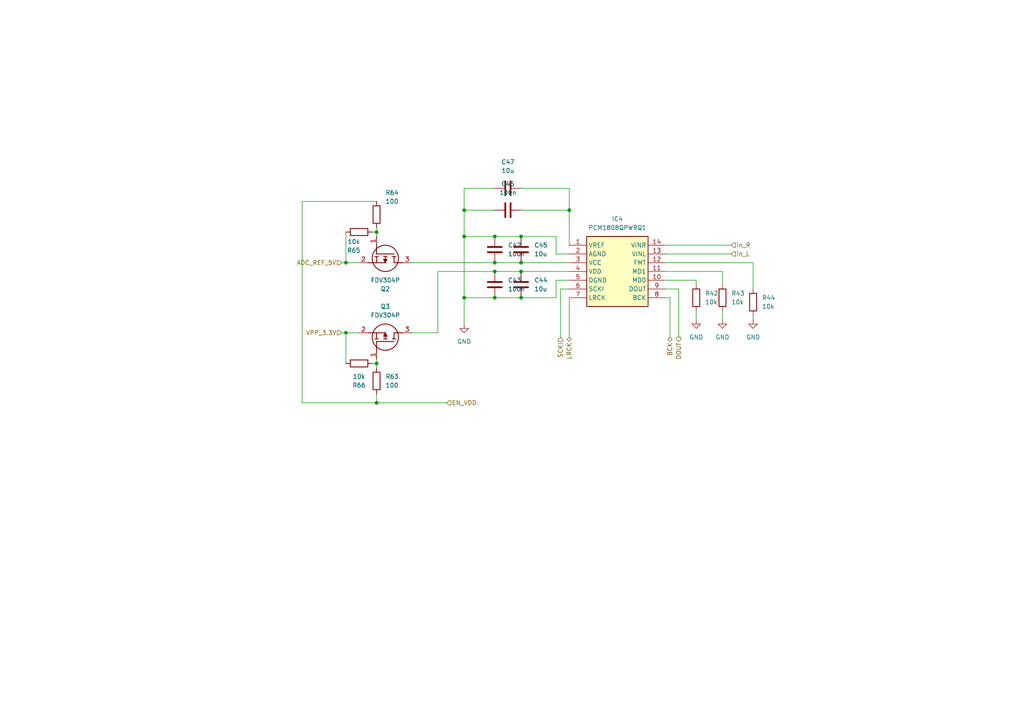
<source format=kicad_sch>
(kicad_sch
	(version 20250114)
	(generator "eeschema")
	(generator_version "9.0")
	(uuid "21cfe23b-51e4-475c-b490-2b457205b488")
	(paper "A4")
	(lib_symbols
		(symbol "Device:C"
			(pin_numbers
				(hide yes)
			)
			(pin_names
				(offset 0.254)
			)
			(exclude_from_sim no)
			(in_bom yes)
			(on_board yes)
			(property "Reference" "C"
				(at 0.635 2.54 0)
				(effects
					(font
						(size 1.27 1.27)
					)
					(justify left)
				)
			)
			(property "Value" "C"
				(at 0.635 -2.54 0)
				(effects
					(font
						(size 1.27 1.27)
					)
					(justify left)
				)
			)
			(property "Footprint" ""
				(at 0.9652 -3.81 0)
				(effects
					(font
						(size 1.27 1.27)
					)
					(hide yes)
				)
			)
			(property "Datasheet" "~"
				(at 0 0 0)
				(effects
					(font
						(size 1.27 1.27)
					)
					(hide yes)
				)
			)
			(property "Description" "Unpolarized capacitor"
				(at 0 0 0)
				(effects
					(font
						(size 1.27 1.27)
					)
					(hide yes)
				)
			)
			(property "ki_keywords" "cap capacitor"
				(at 0 0 0)
				(effects
					(font
						(size 1.27 1.27)
					)
					(hide yes)
				)
			)
			(property "ki_fp_filters" "C_*"
				(at 0 0 0)
				(effects
					(font
						(size 1.27 1.27)
					)
					(hide yes)
				)
			)
			(symbol "C_0_1"
				(polyline
					(pts
						(xy -2.032 0.762) (xy 2.032 0.762)
					)
					(stroke
						(width 0.508)
						(type default)
					)
					(fill
						(type none)
					)
				)
				(polyline
					(pts
						(xy -2.032 -0.762) (xy 2.032 -0.762)
					)
					(stroke
						(width 0.508)
						(type default)
					)
					(fill
						(type none)
					)
				)
			)
			(symbol "C_1_1"
				(pin passive line
					(at 0 3.81 270)
					(length 2.794)
					(name "~"
						(effects
							(font
								(size 1.27 1.27)
							)
						)
					)
					(number "1"
						(effects
							(font
								(size 1.27 1.27)
							)
						)
					)
				)
				(pin passive line
					(at 0 -3.81 90)
					(length 2.794)
					(name "~"
						(effects
							(font
								(size 1.27 1.27)
							)
						)
					)
					(number "2"
						(effects
							(font
								(size 1.27 1.27)
							)
						)
					)
				)
			)
			(embedded_fonts no)
		)
		(symbol "Device:R"
			(pin_numbers
				(hide yes)
			)
			(pin_names
				(offset 0)
			)
			(exclude_from_sim no)
			(in_bom yes)
			(on_board yes)
			(property "Reference" "R"
				(at 2.032 0 90)
				(effects
					(font
						(size 1.27 1.27)
					)
				)
			)
			(property "Value" "R"
				(at 0 0 90)
				(effects
					(font
						(size 1.27 1.27)
					)
				)
			)
			(property "Footprint" ""
				(at -1.778 0 90)
				(effects
					(font
						(size 1.27 1.27)
					)
					(hide yes)
				)
			)
			(property "Datasheet" "~"
				(at 0 0 0)
				(effects
					(font
						(size 1.27 1.27)
					)
					(hide yes)
				)
			)
			(property "Description" "Resistor"
				(at 0 0 0)
				(effects
					(font
						(size 1.27 1.27)
					)
					(hide yes)
				)
			)
			(property "ki_keywords" "R res resistor"
				(at 0 0 0)
				(effects
					(font
						(size 1.27 1.27)
					)
					(hide yes)
				)
			)
			(property "ki_fp_filters" "R_*"
				(at 0 0 0)
				(effects
					(font
						(size 1.27 1.27)
					)
					(hide yes)
				)
			)
			(symbol "R_0_1"
				(rectangle
					(start -1.016 -2.54)
					(end 1.016 2.54)
					(stroke
						(width 0.254)
						(type default)
					)
					(fill
						(type none)
					)
				)
			)
			(symbol "R_1_1"
				(pin passive line
					(at 0 3.81 270)
					(length 1.27)
					(name "~"
						(effects
							(font
								(size 1.27 1.27)
							)
						)
					)
					(number "1"
						(effects
							(font
								(size 1.27 1.27)
							)
						)
					)
				)
				(pin passive line
					(at 0 -3.81 90)
					(length 1.27)
					(name "~"
						(effects
							(font
								(size 1.27 1.27)
							)
						)
					)
					(number "2"
						(effects
							(font
								(size 1.27 1.27)
							)
						)
					)
				)
			)
			(embedded_fonts no)
		)
		(symbol "SamacSys_Parts:FDV304P"
			(pin_names
				(hide yes)
			)
			(exclude_from_sim no)
			(in_bom yes)
			(on_board yes)
			(property "Reference" "Q"
				(at 11.43 3.81 0)
				(effects
					(font
						(size 1.27 1.27)
					)
					(justify left top)
				)
			)
			(property "Value" "FDV304P"
				(at 11.43 1.27 0)
				(effects
					(font
						(size 1.27 1.27)
					)
					(justify left top)
				)
			)
			(property "Footprint" "SOT95P251X112-3N"
				(at 11.43 -98.73 0)
				(effects
					(font
						(size 1.27 1.27)
					)
					(justify left top)
					(hide yes)
				)
			)
			(property "Datasheet" "https://www.onsemi.com/pub/Collateral/FDV304P-D.PDF"
				(at 11.43 -198.73 0)
				(effects
					(font
						(size 1.27 1.27)
					)
					(justify left top)
					(hide yes)
				)
			)
			(property "Description" "Very low level gate drive requirements allowing direct operation in 3V circuits. VGS(th) < 1.5V.; Gate-Source Zener for ESD ruggedness. >6kV Human Body Model.; Compact industry standard SOT-23 surface mount package.; -25 V, -0.46 A continuous, -1.5 A Peak. RDS(ON) = 1.1  @ VGS = -4.5 V, RDS(ON) = 1.5  @ VGS = -2.7 V"
				(at 0 0 0)
				(effects
					(font
						(size 1.27 1.27)
					)
					(hide yes)
				)
			)
			(property "Height" "1.12"
				(at 11.43 -398.73 0)
				(effects
					(font
						(size 1.27 1.27)
					)
					(justify left top)
					(hide yes)
				)
			)
			(property "Mouser Part Number" "512-FDV304P"
				(at 11.43 -498.73 0)
				(effects
					(font
						(size 1.27 1.27)
					)
					(justify left top)
					(hide yes)
				)
			)
			(property "Mouser Price/Stock" "https://www.mouser.co.uk/ProductDetail/onsemi-Fairchild/FDV304P?qs=FOlmdCx%252BAA1BAlCQZu888w%3D%3D"
				(at 11.43 -598.73 0)
				(effects
					(font
						(size 1.27 1.27)
					)
					(justify left top)
					(hide yes)
				)
			)
			(property "Manufacturer_Name" "onsemi"
				(at 11.43 -698.73 0)
				(effects
					(font
						(size 1.27 1.27)
					)
					(justify left top)
					(hide yes)
				)
			)
			(property "Manufacturer_Part_Number" "FDV304P"
				(at 11.43 -798.73 0)
				(effects
					(font
						(size 1.27 1.27)
					)
					(justify left top)
					(hide yes)
				)
			)
			(symbol "FDV304P_1_1"
				(polyline
					(pts
						(xy 2.54 0) (xy 5.08 0)
					)
					(stroke
						(width 0.254)
						(type default)
					)
					(fill
						(type none)
					)
				)
				(polyline
					(pts
						(xy 5.08 5.08) (xy 5.08 0)
					)
					(stroke
						(width 0.254)
						(type default)
					)
					(fill
						(type none)
					)
				)
				(polyline
					(pts
						(xy 5.842 5.588) (xy 5.842 4.572)
					)
					(stroke
						(width 0.254)
						(type default)
					)
					(fill
						(type none)
					)
				)
				(polyline
					(pts
						(xy 5.842 2.032) (xy 5.842 3.048)
					)
					(stroke
						(width 0.254)
						(type default)
					)
					(fill
						(type none)
					)
				)
				(polyline
					(pts
						(xy 5.842 0) (xy 7.62 0)
					)
					(stroke
						(width 0.254)
						(type default)
					)
					(fill
						(type none)
					)
				)
				(polyline
					(pts
						(xy 5.842 -0.508) (xy 5.842 0.508)
					)
					(stroke
						(width 0.254)
						(type default)
					)
					(fill
						(type none)
					)
				)
				(circle
					(center 6.35 2.54)
					(radius 3.81)
					(stroke
						(width 0.254)
						(type default)
					)
					(fill
						(type none)
					)
				)
				(polyline
					(pts
						(xy 7.62 5.08) (xy 5.842 5.08)
					)
					(stroke
						(width 0.254)
						(type default)
					)
					(fill
						(type none)
					)
				)
				(polyline
					(pts
						(xy 7.62 5.08) (xy 7.62 7.62)
					)
					(stroke
						(width 0.254)
						(type default)
					)
					(fill
						(type none)
					)
				)
				(polyline
					(pts
						(xy 7.62 2.54) (xy 5.842 2.54)
					)
					(stroke
						(width 0.254)
						(type default)
					)
					(fill
						(type none)
					)
				)
				(polyline
					(pts
						(xy 7.62 2.54) (xy 7.62 -2.54)
					)
					(stroke
						(width 0.254)
						(type default)
					)
					(fill
						(type none)
					)
				)
				(polyline
					(pts
						(xy 7.62 2.54) (xy 6.604 3.048) (xy 6.604 2.032) (xy 7.62 2.54)
					)
					(stroke
						(width 0.254)
						(type default)
					)
					(fill
						(type outline)
					)
				)
				(pin passive line
					(at 0 0 0)
					(length 2.54)
					(name "G"
						(effects
							(font
								(size 1.27 1.27)
							)
						)
					)
					(number "1"
						(effects
							(font
								(size 1.27 1.27)
							)
						)
					)
				)
				(pin passive line
					(at 7.62 10.16 270)
					(length 2.54)
					(name "D"
						(effects
							(font
								(size 1.27 1.27)
							)
						)
					)
					(number "3"
						(effects
							(font
								(size 1.27 1.27)
							)
						)
					)
				)
				(pin passive line
					(at 7.62 -5.08 90)
					(length 2.54)
					(name "S"
						(effects
							(font
								(size 1.27 1.27)
							)
						)
					)
					(number "2"
						(effects
							(font
								(size 1.27 1.27)
							)
						)
					)
				)
			)
			(embedded_fonts no)
		)
		(symbol "SamacSys_Parts:PCM1808QPWRQ1"
			(exclude_from_sim no)
			(in_bom yes)
			(on_board yes)
			(property "Reference" "IC"
				(at 24.13 7.62 0)
				(effects
					(font
						(size 1.27 1.27)
					)
					(justify left top)
				)
			)
			(property "Value" "PCM1808QPWRQ1"
				(at 24.13 5.08 0)
				(effects
					(font
						(size 1.27 1.27)
					)
					(justify left top)
				)
			)
			(property "Footprint" "SOP65P640X120-14N"
				(at 24.13 -94.92 0)
				(effects
					(font
						(size 1.27 1.27)
					)
					(justify left top)
					(hide yes)
				)
			)
			(property "Datasheet" "http://www.ti.com/lit/ds/symlink/pcm1808-q1.pdf"
				(at 24.13 -194.92 0)
				(effects
					(font
						(size 1.27 1.27)
					)
					(justify left top)
					(hide yes)
				)
			)
			(property "Description" "Automotive 99dB SNR Stereo ADC With Single-Ended Inputs"
				(at 0 0 0)
				(effects
					(font
						(size 1.27 1.27)
					)
					(hide yes)
				)
			)
			(property "Height" "1.2"
				(at 24.13 -394.92 0)
				(effects
					(font
						(size 1.27 1.27)
					)
					(justify left top)
					(hide yes)
				)
			)
			(property "Mouser Part Number" "595-PCM1808QPWRQ1"
				(at 24.13 -494.92 0)
				(effects
					(font
						(size 1.27 1.27)
					)
					(justify left top)
					(hide yes)
				)
			)
			(property "Mouser Price/Stock" "https://www.mouser.co.uk/ProductDetail/Texas-Instruments/PCM1808QPWRQ1?qs=THnoWt2ah2ClxAE%2FlPBScA%3D%3D"
				(at 24.13 -594.92 0)
				(effects
					(font
						(size 1.27 1.27)
					)
					(justify left top)
					(hide yes)
				)
			)
			(property "Manufacturer_Name" "Texas Instruments"
				(at 24.13 -694.92 0)
				(effects
					(font
						(size 1.27 1.27)
					)
					(justify left top)
					(hide yes)
				)
			)
			(property "Manufacturer_Part_Number" "PCM1808QPWRQ1"
				(at 24.13 -794.92 0)
				(effects
					(font
						(size 1.27 1.27)
					)
					(justify left top)
					(hide yes)
				)
			)
			(symbol "PCM1808QPWRQ1_1_1"
				(rectangle
					(start 5.08 2.54)
					(end 22.86 -17.78)
					(stroke
						(width 0.254)
						(type default)
					)
					(fill
						(type background)
					)
				)
				(pin passive line
					(at 0 0 0)
					(length 5.08)
					(name "VREF"
						(effects
							(font
								(size 1.27 1.27)
							)
						)
					)
					(number "1"
						(effects
							(font
								(size 1.27 1.27)
							)
						)
					)
				)
				(pin passive line
					(at 0 -2.54 0)
					(length 5.08)
					(name "AGND"
						(effects
							(font
								(size 1.27 1.27)
							)
						)
					)
					(number "2"
						(effects
							(font
								(size 1.27 1.27)
							)
						)
					)
				)
				(pin passive line
					(at 0 -5.08 0)
					(length 5.08)
					(name "VCC"
						(effects
							(font
								(size 1.27 1.27)
							)
						)
					)
					(number "3"
						(effects
							(font
								(size 1.27 1.27)
							)
						)
					)
				)
				(pin passive line
					(at 0 -7.62 0)
					(length 5.08)
					(name "VDD"
						(effects
							(font
								(size 1.27 1.27)
							)
						)
					)
					(number "4"
						(effects
							(font
								(size 1.27 1.27)
							)
						)
					)
				)
				(pin passive line
					(at 0 -10.16 0)
					(length 5.08)
					(name "DGND"
						(effects
							(font
								(size 1.27 1.27)
							)
						)
					)
					(number "5"
						(effects
							(font
								(size 1.27 1.27)
							)
						)
					)
				)
				(pin passive line
					(at 0 -12.7 0)
					(length 5.08)
					(name "SCKI"
						(effects
							(font
								(size 1.27 1.27)
							)
						)
					)
					(number "6"
						(effects
							(font
								(size 1.27 1.27)
							)
						)
					)
				)
				(pin passive line
					(at 0 -15.24 0)
					(length 5.08)
					(name "LRCK"
						(effects
							(font
								(size 1.27 1.27)
							)
						)
					)
					(number "7"
						(effects
							(font
								(size 1.27 1.27)
							)
						)
					)
				)
				(pin passive line
					(at 27.94 0 180)
					(length 5.08)
					(name "VINR"
						(effects
							(font
								(size 1.27 1.27)
							)
						)
					)
					(number "14"
						(effects
							(font
								(size 1.27 1.27)
							)
						)
					)
				)
				(pin passive line
					(at 27.94 -2.54 180)
					(length 5.08)
					(name "VINL"
						(effects
							(font
								(size 1.27 1.27)
							)
						)
					)
					(number "13"
						(effects
							(font
								(size 1.27 1.27)
							)
						)
					)
				)
				(pin passive line
					(at 27.94 -5.08 180)
					(length 5.08)
					(name "FMT"
						(effects
							(font
								(size 1.27 1.27)
							)
						)
					)
					(number "12"
						(effects
							(font
								(size 1.27 1.27)
							)
						)
					)
				)
				(pin passive line
					(at 27.94 -7.62 180)
					(length 5.08)
					(name "MD1"
						(effects
							(font
								(size 1.27 1.27)
							)
						)
					)
					(number "11"
						(effects
							(font
								(size 1.27 1.27)
							)
						)
					)
				)
				(pin passive line
					(at 27.94 -10.16 180)
					(length 5.08)
					(name "MD0"
						(effects
							(font
								(size 1.27 1.27)
							)
						)
					)
					(number "10"
						(effects
							(font
								(size 1.27 1.27)
							)
						)
					)
				)
				(pin passive line
					(at 27.94 -12.7 180)
					(length 5.08)
					(name "DOUT"
						(effects
							(font
								(size 1.27 1.27)
							)
						)
					)
					(number "9"
						(effects
							(font
								(size 1.27 1.27)
							)
						)
					)
				)
				(pin passive line
					(at 27.94 -15.24 180)
					(length 5.08)
					(name "BCK"
						(effects
							(font
								(size 1.27 1.27)
							)
						)
					)
					(number "8"
						(effects
							(font
								(size 1.27 1.27)
							)
						)
					)
				)
			)
			(embedded_fonts no)
		)
		(symbol "power:GND"
			(power)
			(pin_numbers
				(hide yes)
			)
			(pin_names
				(offset 0)
				(hide yes)
			)
			(exclude_from_sim no)
			(in_bom yes)
			(on_board yes)
			(property "Reference" "#PWR"
				(at 0 -6.35 0)
				(effects
					(font
						(size 1.27 1.27)
					)
					(hide yes)
				)
			)
			(property "Value" "GND"
				(at 0 -3.81 0)
				(effects
					(font
						(size 1.27 1.27)
					)
				)
			)
			(property "Footprint" ""
				(at 0 0 0)
				(effects
					(font
						(size 1.27 1.27)
					)
					(hide yes)
				)
			)
			(property "Datasheet" ""
				(at 0 0 0)
				(effects
					(font
						(size 1.27 1.27)
					)
					(hide yes)
				)
			)
			(property "Description" "Power symbol creates a global label with name \"GND\" , ground"
				(at 0 0 0)
				(effects
					(font
						(size 1.27 1.27)
					)
					(hide yes)
				)
			)
			(property "ki_keywords" "global power"
				(at 0 0 0)
				(effects
					(font
						(size 1.27 1.27)
					)
					(hide yes)
				)
			)
			(symbol "GND_0_1"
				(polyline
					(pts
						(xy 0 0) (xy 0 -1.27) (xy 1.27 -1.27) (xy 0 -2.54) (xy -1.27 -1.27) (xy 0 -1.27)
					)
					(stroke
						(width 0)
						(type default)
					)
					(fill
						(type none)
					)
				)
			)
			(symbol "GND_1_1"
				(pin power_in line
					(at 0 0 270)
					(length 0)
					(name "~"
						(effects
							(font
								(size 1.27 1.27)
							)
						)
					)
					(number "1"
						(effects
							(font
								(size 1.27 1.27)
							)
						)
					)
				)
			)
			(embedded_fonts no)
		)
	)
	(junction
		(at 134.62 68.58)
		(diameter 0)
		(color 0 0 0 0)
		(uuid "16cd59d6-9b01-4971-aa95-69364ea24270")
	)
	(junction
		(at 143.51 78.74)
		(diameter 0)
		(color 0 0 0 0)
		(uuid "2cfb04d0-f829-460a-835f-bf3621c3017b")
	)
	(junction
		(at 143.51 68.58)
		(diameter 0)
		(color 0 0 0 0)
		(uuid "4170da73-dc6a-41c4-bbdd-3096986cfb07")
	)
	(junction
		(at 151.13 86.36)
		(diameter 0)
		(color 0 0 0 0)
		(uuid "44e62ebb-ff65-4e31-9753-1297bf517392")
	)
	(junction
		(at 143.51 86.36)
		(diameter 0)
		(color 0 0 0 0)
		(uuid "60106c3b-8624-4034-90d0-a51d10531805")
	)
	(junction
		(at 165.1 60.96)
		(diameter 0)
		(color 0 0 0 0)
		(uuid "7902f9fc-083b-4704-a02e-75da0c6542cd")
	)
	(junction
		(at 109.22 116.84)
		(diameter 0)
		(color 0 0 0 0)
		(uuid "80dc98ff-cf5e-4071-aa9d-88b9ab362ebe")
	)
	(junction
		(at 151.13 76.2)
		(diameter 0)
		(color 0 0 0 0)
		(uuid "86c55c43-60d9-4f77-be33-c909237980bf")
	)
	(junction
		(at 143.51 76.2)
		(diameter 0)
		(color 0 0 0 0)
		(uuid "95f861da-34b4-4559-b2eb-450715443772")
	)
	(junction
		(at 151.13 68.58)
		(diameter 0)
		(color 0 0 0 0)
		(uuid "969f6be4-3e45-49ce-bf7f-607f2e3db4ca")
	)
	(junction
		(at 151.13 78.74)
		(diameter 0)
		(color 0 0 0 0)
		(uuid "9f9bd4e6-8133-425e-8bdd-cc5b0f6a974a")
	)
	(junction
		(at 109.22 67.31)
		(diameter 0)
		(color 0 0 0 0)
		(uuid "a6c026e7-1e2d-4c54-ae8c-7a0dc56eb64b")
	)
	(junction
		(at 134.62 86.36)
		(diameter 0)
		(color 0 0 0 0)
		(uuid "cec21e6a-fd4b-4885-a455-63e40204ca79")
	)
	(junction
		(at 100.33 96.52)
		(diameter 0)
		(color 0 0 0 0)
		(uuid "d8d4a4ce-30ab-421f-b682-eeef9051d102")
	)
	(junction
		(at 134.62 60.96)
		(diameter 0)
		(color 0 0 0 0)
		(uuid "e2755fc0-f851-4959-90c1-17430911a6ba")
	)
	(junction
		(at 100.33 76.2)
		(diameter 0)
		(color 0 0 0 0)
		(uuid "f85cfbee-6359-416a-9dd0-d6bfaa822379")
	)
	(junction
		(at 109.22 105.41)
		(diameter 0)
		(color 0 0 0 0)
		(uuid "fe8795a3-59a9-4bf9-9f1e-213eadadeea0")
	)
	(wire
		(pts
			(xy 151.13 86.36) (xy 143.51 86.36)
		)
		(stroke
			(width 0)
			(type default)
		)
		(uuid "05fb3d02-dd1a-4ed6-b869-8ffd3b428ddd")
	)
	(wire
		(pts
			(xy 165.1 73.66) (xy 161.29 73.66)
		)
		(stroke
			(width 0)
			(type default)
		)
		(uuid "06c0cc4d-ed81-41b2-b655-145a0815cc5f")
	)
	(wire
		(pts
			(xy 100.33 96.52) (xy 99.06 96.52)
		)
		(stroke
			(width 0)
			(type default)
		)
		(uuid "0a0e86f4-0936-4a09-9c2a-dd35c6d28b8a")
	)
	(wire
		(pts
			(xy 161.29 86.36) (xy 151.13 86.36)
		)
		(stroke
			(width 0)
			(type default)
		)
		(uuid "11193f37-c6f1-485a-9f1e-a98428b4e2d3")
	)
	(wire
		(pts
			(xy 104.14 96.52) (xy 100.33 96.52)
		)
		(stroke
			(width 0)
			(type default)
		)
		(uuid "112322ad-80e0-4692-9bfd-28ab84c0bf66")
	)
	(wire
		(pts
			(xy 134.62 54.61) (xy 134.62 60.96)
		)
		(stroke
			(width 0)
			(type default)
		)
		(uuid "1155f4ba-3cda-4379-992b-a85f9769d67f")
	)
	(wire
		(pts
			(xy 196.85 83.82) (xy 196.85 97.79)
		)
		(stroke
			(width 0)
			(type default)
		)
		(uuid "1d84662c-90c1-4af4-ac60-92fe78ae3878")
	)
	(wire
		(pts
			(xy 201.93 90.17) (xy 201.93 92.71)
		)
		(stroke
			(width 0)
			(type default)
		)
		(uuid "1f3d6182-ea8b-4f35-ba7f-62028d761a35")
	)
	(wire
		(pts
			(xy 134.62 60.96) (xy 143.51 60.96)
		)
		(stroke
			(width 0)
			(type default)
		)
		(uuid "216c1141-f90a-4b4f-872b-0663423cbe7d")
	)
	(wire
		(pts
			(xy 119.38 96.52) (xy 127 96.52)
		)
		(stroke
			(width 0)
			(type default)
		)
		(uuid "27d135e1-cf75-488c-9946-9d5b4f6fc406")
	)
	(wire
		(pts
			(xy 193.04 76.2) (xy 218.44 76.2)
		)
		(stroke
			(width 0)
			(type default)
		)
		(uuid "2abaaca4-9745-4851-a5e7-d214a6e0ec64")
	)
	(wire
		(pts
			(xy 107.95 67.31) (xy 109.22 67.31)
		)
		(stroke
			(width 0)
			(type default)
		)
		(uuid "2eadf553-adb9-44aa-bb8a-3824486422ce")
	)
	(wire
		(pts
			(xy 134.62 68.58) (xy 134.62 86.36)
		)
		(stroke
			(width 0)
			(type default)
		)
		(uuid "312e0186-682a-466a-b616-aefbd4dcda9b")
	)
	(wire
		(pts
			(xy 127 96.52) (xy 127 78.74)
		)
		(stroke
			(width 0)
			(type default)
		)
		(uuid "3419a4d0-c321-487d-9683-86a2ef1a48f7")
	)
	(wire
		(pts
			(xy 100.33 96.52) (xy 100.33 105.41)
		)
		(stroke
			(width 0)
			(type default)
		)
		(uuid "3a9cfe2c-1dde-4975-a68a-0f05e96821e5")
	)
	(wire
		(pts
			(xy 109.22 116.84) (xy 129.54 116.84)
		)
		(stroke
			(width 0)
			(type default)
		)
		(uuid "3cd75e36-decc-4be7-baf4-6cc7034521ea")
	)
	(wire
		(pts
			(xy 119.38 76.2) (xy 143.51 76.2)
		)
		(stroke
			(width 0)
			(type default)
		)
		(uuid "3e3c895b-d602-4559-8ec5-3add8f4f1dec")
	)
	(wire
		(pts
			(xy 134.62 60.96) (xy 134.62 68.58)
		)
		(stroke
			(width 0)
			(type default)
		)
		(uuid "400109b6-d5c9-4c64-b7b6-d2ccc3b2aeb8")
	)
	(wire
		(pts
			(xy 151.13 60.96) (xy 165.1 60.96)
		)
		(stroke
			(width 0)
			(type default)
		)
		(uuid "47e4bcb3-7439-4016-9871-04f909c04bba")
	)
	(wire
		(pts
			(xy 151.13 78.74) (xy 165.1 78.74)
		)
		(stroke
			(width 0)
			(type default)
		)
		(uuid "4cabd9f9-def5-4609-b48a-f3f165531a84")
	)
	(wire
		(pts
			(xy 109.22 114.3) (xy 109.22 116.84)
		)
		(stroke
			(width 0)
			(type default)
		)
		(uuid "4d070b51-b7ea-42e8-82d8-f82916f8cdc6")
	)
	(wire
		(pts
			(xy 165.1 83.82) (xy 162.56 83.82)
		)
		(stroke
			(width 0)
			(type default)
		)
		(uuid "529f2e16-8f30-468c-9584-0dbad629e484")
	)
	(wire
		(pts
			(xy 151.13 76.2) (xy 165.1 76.2)
		)
		(stroke
			(width 0)
			(type default)
		)
		(uuid "5b985f25-95f8-4d51-9daa-e42926f145c7")
	)
	(wire
		(pts
			(xy 161.29 73.66) (xy 161.29 68.58)
		)
		(stroke
			(width 0)
			(type default)
		)
		(uuid "65b843eb-38e5-410a-8578-bb2281cc992a")
	)
	(wire
		(pts
			(xy 143.51 68.58) (xy 151.13 68.58)
		)
		(stroke
			(width 0)
			(type default)
		)
		(uuid "6614016e-9900-4359-b159-1d1eb1c66fe4")
	)
	(wire
		(pts
			(xy 194.31 86.36) (xy 194.31 97.79)
		)
		(stroke
			(width 0)
			(type default)
		)
		(uuid "6f607c44-f508-4504-b1f1-7d3e58ccf62f")
	)
	(wire
		(pts
			(xy 193.04 73.66) (xy 212.09 73.66)
		)
		(stroke
			(width 0)
			(type default)
		)
		(uuid "719a676a-730a-48be-b5df-4a65e3e52993")
	)
	(wire
		(pts
			(xy 165.1 81.28) (xy 161.29 81.28)
		)
		(stroke
			(width 0)
			(type default)
		)
		(uuid "735c11ef-0be8-4ef9-914e-333b17e541a8")
	)
	(wire
		(pts
			(xy 193.04 81.28) (xy 201.93 81.28)
		)
		(stroke
			(width 0)
			(type default)
		)
		(uuid "760d416b-5de2-4003-bb3b-2acdc17fbe45")
	)
	(wire
		(pts
			(xy 193.04 78.74) (xy 209.55 78.74)
		)
		(stroke
			(width 0)
			(type default)
		)
		(uuid "7627e2e6-4542-4140-b004-640674ba00bf")
	)
	(wire
		(pts
			(xy 87.63 58.42) (xy 87.63 116.84)
		)
		(stroke
			(width 0)
			(type default)
		)
		(uuid "81a7c1b6-c1c0-4ce8-bb4b-9341b7a49a8f")
	)
	(wire
		(pts
			(xy 134.62 86.36) (xy 134.62 93.98)
		)
		(stroke
			(width 0)
			(type default)
		)
		(uuid "81d0b429-8946-4300-8739-0b9d99ea696f")
	)
	(wire
		(pts
			(xy 218.44 91.44) (xy 218.44 92.71)
		)
		(stroke
			(width 0)
			(type default)
		)
		(uuid "848dbd80-01b5-4168-b3ea-5f54429d792e")
	)
	(wire
		(pts
			(xy 109.22 66.04) (xy 109.22 67.31)
		)
		(stroke
			(width 0)
			(type default)
		)
		(uuid "8a922003-fe44-4800-badc-0b1139c8be96")
	)
	(wire
		(pts
			(xy 100.33 76.2) (xy 99.06 76.2)
		)
		(stroke
			(width 0)
			(type default)
		)
		(uuid "8c16c4d8-c8f4-4688-85ef-8b77b806ceb4")
	)
	(wire
		(pts
			(xy 161.29 81.28) (xy 161.29 86.36)
		)
		(stroke
			(width 0)
			(type default)
		)
		(uuid "9e5325b1-4757-43ce-8fe4-116f72c5e2e8")
	)
	(wire
		(pts
			(xy 104.14 76.2) (xy 100.33 76.2)
		)
		(stroke
			(width 0)
			(type default)
		)
		(uuid "a6c72889-5e08-4bb5-b3d5-28f813a84fed")
	)
	(wire
		(pts
			(xy 109.22 105.41) (xy 109.22 106.68)
		)
		(stroke
			(width 0)
			(type default)
		)
		(uuid "a73adc95-5471-4ad3-bd59-2c931e4fcb6b")
	)
	(wire
		(pts
			(xy 109.22 104.14) (xy 109.22 105.41)
		)
		(stroke
			(width 0)
			(type default)
		)
		(uuid "a7987d79-0c5d-47a9-8989-c1333ee564d6")
	)
	(wire
		(pts
			(xy 165.1 86.36) (xy 165.1 97.79)
		)
		(stroke
			(width 0)
			(type default)
		)
		(uuid "aa4cac8b-91d3-4b05-a868-6f07e697d840")
	)
	(wire
		(pts
			(xy 218.44 76.2) (xy 218.44 83.82)
		)
		(stroke
			(width 0)
			(type default)
		)
		(uuid "af33083a-971a-40ff-898f-b0dc7f9189d5")
	)
	(wire
		(pts
			(xy 209.55 78.74) (xy 209.55 82.55)
		)
		(stroke
			(width 0)
			(type default)
		)
		(uuid "b2e51976-03eb-4f3b-9cc6-543d5cf756d4")
	)
	(wire
		(pts
			(xy 107.95 105.41) (xy 109.22 105.41)
		)
		(stroke
			(width 0)
			(type default)
		)
		(uuid "b6aea690-9d8c-4f87-a3e0-ce7a63c2c301")
	)
	(wire
		(pts
			(xy 109.22 67.31) (xy 109.22 68.58)
		)
		(stroke
			(width 0)
			(type default)
		)
		(uuid "c01460ee-c6be-4cff-8c14-ac8a580f35d9")
	)
	(wire
		(pts
			(xy 87.63 116.84) (xy 109.22 116.84)
		)
		(stroke
			(width 0)
			(type default)
		)
		(uuid "c08aefcf-e0e4-4eb1-8da0-83db30b4797e")
	)
	(wire
		(pts
			(xy 143.51 54.61) (xy 134.62 54.61)
		)
		(stroke
			(width 0)
			(type default)
		)
		(uuid "c2b5cc0c-03d7-463a-a7ec-3d81c28af7c6")
	)
	(wire
		(pts
			(xy 209.55 90.17) (xy 209.55 92.71)
		)
		(stroke
			(width 0)
			(type default)
		)
		(uuid "c7d06b9c-a75a-45ef-950d-e84b03667e63")
	)
	(wire
		(pts
			(xy 134.62 68.58) (xy 143.51 68.58)
		)
		(stroke
			(width 0)
			(type default)
		)
		(uuid "c88e7920-4477-40ad-b149-0dea23f081d2")
	)
	(wire
		(pts
			(xy 193.04 83.82) (xy 196.85 83.82)
		)
		(stroke
			(width 0)
			(type default)
		)
		(uuid "ccd79fbe-90fa-4252-830a-cd8405e8740c")
	)
	(wire
		(pts
			(xy 165.1 54.61) (xy 151.13 54.61)
		)
		(stroke
			(width 0)
			(type default)
		)
		(uuid "d0ae5ac1-b4b4-45b7-85df-2803ba468a71")
	)
	(wire
		(pts
			(xy 109.22 58.42) (xy 87.63 58.42)
		)
		(stroke
			(width 0)
			(type default)
		)
		(uuid "d7c25d99-bb99-48e4-a955-5292f62da334")
	)
	(wire
		(pts
			(xy 165.1 71.12) (xy 165.1 60.96)
		)
		(stroke
			(width 0)
			(type default)
		)
		(uuid "d98b4047-765b-40ff-aad4-1802ea264495")
	)
	(wire
		(pts
			(xy 151.13 68.58) (xy 161.29 68.58)
		)
		(stroke
			(width 0)
			(type default)
		)
		(uuid "dc4fae3c-d49c-4279-9358-dd0281030c91")
	)
	(wire
		(pts
			(xy 162.56 83.82) (xy 162.56 97.79)
		)
		(stroke
			(width 0)
			(type default)
		)
		(uuid "dc631ecb-e63f-4d7c-a2ca-15e57a3a73ed")
	)
	(wire
		(pts
			(xy 193.04 71.12) (xy 212.09 71.12)
		)
		(stroke
			(width 0)
			(type default)
		)
		(uuid "dd447894-c30e-421c-906f-0db26dc06583")
	)
	(wire
		(pts
			(xy 165.1 60.96) (xy 165.1 54.61)
		)
		(stroke
			(width 0)
			(type default)
		)
		(uuid "f23bcd05-50b7-4f6d-b765-a0b991f3414c")
	)
	(wire
		(pts
			(xy 100.33 67.31) (xy 100.33 76.2)
		)
		(stroke
			(width 0)
			(type default)
		)
		(uuid "f5b9d093-b7b4-49cf-ac78-f58ead55206d")
	)
	(wire
		(pts
			(xy 201.93 81.28) (xy 201.93 82.55)
		)
		(stroke
			(width 0)
			(type default)
		)
		(uuid "f68fd6d5-e365-4873-8f3d-a4ffb91e1150")
	)
	(wire
		(pts
			(xy 143.51 86.36) (xy 134.62 86.36)
		)
		(stroke
			(width 0)
			(type default)
		)
		(uuid "f6f08f23-6517-433e-9df5-5a5ca0cf4f14")
	)
	(wire
		(pts
			(xy 193.04 86.36) (xy 194.31 86.36)
		)
		(stroke
			(width 0)
			(type default)
		)
		(uuid "f8f731f1-de2d-46d5-a3f8-cfa4dbac7953")
	)
	(wire
		(pts
			(xy 143.51 76.2) (xy 151.13 76.2)
		)
		(stroke
			(width 0)
			(type default)
		)
		(uuid "fadba426-2805-4e7b-ab07-d0029c438e82")
	)
	(wire
		(pts
			(xy 127 78.74) (xy 143.51 78.74)
		)
		(stroke
			(width 0)
			(type default)
		)
		(uuid "fc547c45-cda8-4f0d-a7a9-4af33757d075")
	)
	(wire
		(pts
			(xy 143.51 78.74) (xy 151.13 78.74)
		)
		(stroke
			(width 0)
			(type default)
		)
		(uuid "fde18a5c-82e8-4e89-b61f-230dcdda3d23")
	)
	(hierarchical_label "in_R"
		(shape input)
		(at 212.09 71.12 0)
		(effects
			(font
				(size 1.27 1.27)
			)
			(justify left)
		)
		(uuid "177a9ae0-b63d-44c3-8f24-1f3a32c1cc27")
	)
	(hierarchical_label "in_L"
		(shape input)
		(at 212.09 73.66 0)
		(effects
			(font
				(size 1.27 1.27)
			)
			(justify left)
		)
		(uuid "53516b2e-a568-4a57-8799-da30c1dcf72f")
	)
	(hierarchical_label "ADC_REF_5V"
		(shape input)
		(at 99.06 76.2 180)
		(effects
			(font
				(size 1.27 1.27)
			)
			(justify right)
		)
		(uuid "6839f68d-a077-44e2-aa10-74b2cb09fa6d")
	)
	(hierarchical_label "SCKI"
		(shape input)
		(at 162.56 97.79 270)
		(effects
			(font
				(size 1.27 1.27)
			)
			(justify right)
		)
		(uuid "91766714-fe3b-480e-b11d-51715faf55ff")
	)
	(hierarchical_label "LRCK"
		(shape bidirectional)
		(at 165.1 97.79 270)
		(effects
			(font
				(size 1.27 1.27)
			)
			(justify right)
		)
		(uuid "918be134-6c0f-4ced-8189-c34ea55be185")
	)
	(hierarchical_label "DOUT"
		(shape output)
		(at 196.85 97.79 270)
		(effects
			(font
				(size 1.27 1.27)
			)
			(justify right)
		)
		(uuid "9b14a572-be8e-4b59-9083-b39be6701a55")
	)
	(hierarchical_label "VPP_3.3V"
		(shape input)
		(at 99.06 96.52 180)
		(effects
			(font
				(size 1.27 1.27)
			)
			(justify right)
		)
		(uuid "b4047338-04e8-4ee6-8fd2-3cba90c10c60")
	)
	(hierarchical_label "EN_VDD"
		(shape input)
		(at 129.54 116.84 0)
		(effects
			(font
				(size 1.27 1.27)
			)
			(justify left)
		)
		(uuid "c1348f72-961a-43bf-b349-6c00f0d058f2")
	)
	(hierarchical_label "BCK"
		(shape bidirectional)
		(at 194.31 97.79 270)
		(effects
			(font
				(size 1.27 1.27)
			)
			(justify right)
		)
		(uuid "ccef8bcc-a0fa-426c-814a-888611950eeb")
	)
	(symbol
		(lib_id "SamacSys_Parts:FDV304P")
		(at 109.22 104.14 270)
		(mirror x)
		(unit 1)
		(exclude_from_sim no)
		(in_bom yes)
		(on_board yes)
		(dnp no)
		(fields_autoplaced yes)
		(uuid "33f52389-f2ba-457a-a201-3811b76850d0")
		(property "Reference" "Q3"
			(at 111.76 88.9 90)
			(effects
				(font
					(size 1.27 1.27)
				)
			)
		)
		(property "Value" "FDV304P"
			(at 111.76 91.44 90)
			(effects
				(font
					(size 1.27 1.27)
				)
			)
		)
		(property "Footprint" "SamacSys_Parts:SOT95P251X112-3N"
			(at 10.49 92.71 0)
			(effects
				(font
					(size 1.27 1.27)
				)
				(justify left top)
				(hide yes)
			)
		)
		(property "Datasheet" "https://www.onsemi.com/pub/Collateral/FDV304P-D.PDF"
			(at -89.51 92.71 0)
			(effects
				(font
					(size 1.27 1.27)
				)
				(justify left top)
				(hide yes)
			)
		)
		(property "Description" "Very low level gate drive requirements allowing direct operation in 3V circuits. VGS(th) < 1.5V.; Gate-Source Zener for ESD ruggedness. >6kV Human Body Model.; Compact industry standard SOT-23 surface mount package.; -25 V, -0.46 A continuous, -1.5 A Peak. RDS(ON) = 1.1  @ VGS = -4.5 V, RDS(ON) = 1.5  @ VGS = -2.7 V"
			(at 109.22 104.14 0)
			(effects
				(font
					(size 1.27 1.27)
				)
				(hide yes)
			)
		)
		(property "Height" "1.12"
			(at -289.51 92.71 0)
			(effects
				(font
					(size 1.27 1.27)
				)
				(justify left top)
				(hide yes)
			)
		)
		(property "Mouser Part Number" "512-FDV304P"
			(at -389.51 92.71 0)
			(effects
				(font
					(size 1.27 1.27)
				)
				(justify left top)
				(hide yes)
			)
		)
		(property "Mouser Price/Stock" "https://www.mouser.co.uk/ProductDetail/onsemi-Fairchild/FDV304P?qs=FOlmdCx%252BAA1BAlCQZu888w%3D%3D"
			(at -489.51 92.71 0)
			(effects
				(font
					(size 1.27 1.27)
				)
				(justify left top)
				(hide yes)
			)
		)
		(property "Manufacturer_Name" "onsemi"
			(at -589.51 92.71 0)
			(effects
				(font
					(size 1.27 1.27)
				)
				(justify left top)
				(hide yes)
			)
		)
		(property "Manufacturer_Part_Number" "FDV304P"
			(at -689.51 92.71 0)
			(effects
				(font
					(size 1.27 1.27)
				)
				(justify left top)
				(hide yes)
			)
		)
		(pin "1"
			(uuid "9951a944-a45c-4d0e-a6f8-0b4d6d493d2f")
		)
		(pin "3"
			(uuid "f0fa4a0b-9711-4d20-992c-d541e881a628")
		)
		(pin "2"
			(uuid "86cc5164-48b3-4437-8db6-3596aa8b9a12")
		)
		(instances
			(project ""
				(path "/b77251ff-4eed-421f-8c84-983bb16b8e4c/d94cc6ad-65ff-4f4c-bd19-37ebb3efb4f7"
					(reference "Q3")
					(unit 1)
				)
			)
		)
	)
	(symbol
		(lib_id "Device:C")
		(at 151.13 72.39 180)
		(unit 1)
		(exclude_from_sim no)
		(in_bom yes)
		(on_board yes)
		(dnp no)
		(fields_autoplaced yes)
		(uuid "348f9306-d919-4187-b3b5-fda42b6d155f")
		(property "Reference" "C45"
			(at 154.94 71.1199 0)
			(effects
				(font
					(size 1.27 1.27)
				)
				(justify right)
			)
		)
		(property "Value" "10u"
			(at 154.94 73.6599 0)
			(effects
				(font
					(size 1.27 1.27)
				)
				(justify right)
			)
		)
		(property "Footprint" "Capacitor_SMD:C_0603_1608Metric_Pad1.08x0.95mm_HandSolder"
			(at 150.1648 68.58 0)
			(effects
				(font
					(size 1.27 1.27)
				)
				(hide yes)
			)
		)
		(property "Datasheet" "~"
			(at 151.13 72.39 0)
			(effects
				(font
					(size 1.27 1.27)
				)
				(hide yes)
			)
		)
		(property "Description" "Unpolarized capacitor"
			(at 151.13 72.39 0)
			(effects
				(font
					(size 1.27 1.27)
				)
				(hide yes)
			)
		)
		(pin "2"
			(uuid "c4009437-c2ea-404d-b190-b793ef12abce")
		)
		(pin "1"
			(uuid "64adf564-11e2-4959-b5bf-c2f58b9ae926")
		)
		(instances
			(project "guitar_interface"
				(path "/b77251ff-4eed-421f-8c84-983bb16b8e4c/d94cc6ad-65ff-4f4c-bd19-37ebb3efb4f7"
					(reference "C45")
					(unit 1)
				)
			)
		)
	)
	(symbol
		(lib_id "Device:C")
		(at 151.13 82.55 180)
		(unit 1)
		(exclude_from_sim no)
		(in_bom yes)
		(on_board yes)
		(dnp no)
		(fields_autoplaced yes)
		(uuid "39fec6cd-2d43-4964-bc01-c2516d94a107")
		(property "Reference" "C44"
			(at 154.94 81.2799 0)
			(effects
				(font
					(size 1.27 1.27)
				)
				(justify right)
			)
		)
		(property "Value" "10u"
			(at 154.94 83.8199 0)
			(effects
				(font
					(size 1.27 1.27)
				)
				(justify right)
			)
		)
		(property "Footprint" "Capacitor_SMD:C_0603_1608Metric_Pad1.08x0.95mm_HandSolder"
			(at 150.1648 78.74 0)
			(effects
				(font
					(size 1.27 1.27)
				)
				(hide yes)
			)
		)
		(property "Datasheet" "~"
			(at 151.13 82.55 0)
			(effects
				(font
					(size 1.27 1.27)
				)
				(hide yes)
			)
		)
		(property "Description" "Unpolarized capacitor"
			(at 151.13 82.55 0)
			(effects
				(font
					(size 1.27 1.27)
				)
				(hide yes)
			)
		)
		(pin "2"
			(uuid "c0e7d6ed-1f9d-4643-8bbd-d8a65aaec700")
		)
		(pin "1"
			(uuid "d6ba3d5c-2419-45d4-863c-9d6488d526b0")
		)
		(instances
			(project "guitar_interface"
				(path "/b77251ff-4eed-421f-8c84-983bb16b8e4c/d94cc6ad-65ff-4f4c-bd19-37ebb3efb4f7"
					(reference "C44")
					(unit 1)
				)
			)
		)
	)
	(symbol
		(lib_id "Device:R")
		(at 109.22 62.23 0)
		(unit 1)
		(exclude_from_sim no)
		(in_bom yes)
		(on_board yes)
		(dnp no)
		(uuid "3b1d5af8-d65a-4df1-b34a-6020d6ec631e")
		(property "Reference" "R64"
			(at 111.76 55.88 0)
			(effects
				(font
					(size 1.27 1.27)
				)
				(justify left)
			)
		)
		(property "Value" "100"
			(at 111.76 58.42 0)
			(effects
				(font
					(size 1.27 1.27)
				)
				(justify left)
			)
		)
		(property "Footprint" "Resistor_SMD:R_0603_1608Metric_Pad0.98x0.95mm_HandSolder"
			(at 107.442 62.23 90)
			(effects
				(font
					(size 1.27 1.27)
				)
				(hide yes)
			)
		)
		(property "Datasheet" "~"
			(at 109.22 62.23 0)
			(effects
				(font
					(size 1.27 1.27)
				)
				(hide yes)
			)
		)
		(property "Description" "Resistor"
			(at 109.22 62.23 0)
			(effects
				(font
					(size 1.27 1.27)
				)
				(hide yes)
			)
		)
		(pin "2"
			(uuid "6ffc0e7b-aa8b-40dd-835b-7255ea30426a")
		)
		(pin "1"
			(uuid "fc3e1c80-7f87-46f8-8c17-547a32114215")
		)
		(instances
			(project ""
				(path "/b77251ff-4eed-421f-8c84-983bb16b8e4c/d94cc6ad-65ff-4f4c-bd19-37ebb3efb4f7"
					(reference "R64")
					(unit 1)
				)
			)
		)
	)
	(symbol
		(lib_id "Device:R")
		(at 109.22 110.49 0)
		(unit 1)
		(exclude_from_sim no)
		(in_bom yes)
		(on_board yes)
		(dnp no)
		(fields_autoplaced yes)
		(uuid "3e06eccd-1d16-476c-9bb5-403a3e19b580")
		(property "Reference" "R63"
			(at 111.76 109.2199 0)
			(effects
				(font
					(size 1.27 1.27)
				)
				(justify left)
			)
		)
		(property "Value" "100"
			(at 111.76 111.7599 0)
			(effects
				(font
					(size 1.27 1.27)
				)
				(justify left)
			)
		)
		(property "Footprint" "Resistor_SMD:R_0603_1608Metric_Pad0.98x0.95mm_HandSolder"
			(at 107.442 110.49 90)
			(effects
				(font
					(size 1.27 1.27)
				)
				(hide yes)
			)
		)
		(property "Datasheet" "~"
			(at 109.22 110.49 0)
			(effects
				(font
					(size 1.27 1.27)
				)
				(hide yes)
			)
		)
		(property "Description" "Resistor"
			(at 109.22 110.49 0)
			(effects
				(font
					(size 1.27 1.27)
				)
				(hide yes)
			)
		)
		(pin "2"
			(uuid "6ffc0e7b-aa8b-40dd-835b-7255ea30426b")
		)
		(pin "1"
			(uuid "fc3e1c80-7f87-46f8-8c17-547a32114216")
		)
		(instances
			(project ""
				(path "/b77251ff-4eed-421f-8c84-983bb16b8e4c/d94cc6ad-65ff-4f4c-bd19-37ebb3efb4f7"
					(reference "R63")
					(unit 1)
				)
			)
		)
	)
	(symbol
		(lib_id "power:GND")
		(at 209.55 92.71 0)
		(unit 1)
		(exclude_from_sim no)
		(in_bom yes)
		(on_board yes)
		(dnp no)
		(fields_autoplaced yes)
		(uuid "4c7e0d7f-3908-4f30-9498-4aa46f572fc6")
		(property "Reference" "#PWR054"
			(at 209.55 99.06 0)
			(effects
				(font
					(size 1.27 1.27)
				)
				(hide yes)
			)
		)
		(property "Value" "GND"
			(at 209.55 97.79 0)
			(effects
				(font
					(size 1.27 1.27)
				)
			)
		)
		(property "Footprint" ""
			(at 209.55 92.71 0)
			(effects
				(font
					(size 1.27 1.27)
				)
				(hide yes)
			)
		)
		(property "Datasheet" ""
			(at 209.55 92.71 0)
			(effects
				(font
					(size 1.27 1.27)
				)
				(hide yes)
			)
		)
		(property "Description" "Power symbol creates a global label with name \"GND\" , ground"
			(at 209.55 92.71 0)
			(effects
				(font
					(size 1.27 1.27)
				)
				(hide yes)
			)
		)
		(pin "1"
			(uuid "8425c489-f3bb-46e9-a3f8-d723365be038")
		)
		(instances
			(project ""
				(path "/b77251ff-4eed-421f-8c84-983bb16b8e4c/d94cc6ad-65ff-4f4c-bd19-37ebb3efb4f7"
					(reference "#PWR054")
					(unit 1)
				)
			)
		)
	)
	(symbol
		(lib_id "Device:R")
		(at 104.14 67.31 270)
		(unit 1)
		(exclude_from_sim no)
		(in_bom yes)
		(on_board yes)
		(dnp no)
		(uuid "6cd95642-8db9-4819-9cfa-570d244cb4f3")
		(property "Reference" "R65"
			(at 102.616 72.644 90)
			(effects
				(font
					(size 1.27 1.27)
				)
			)
		)
		(property "Value" "10k"
			(at 102.616 70.104 90)
			(effects
				(font
					(size 1.27 1.27)
				)
			)
		)
		(property "Footprint" "Resistor_SMD:R_0603_1608Metric_Pad0.98x0.95mm_HandSolder"
			(at 104.14 65.532 90)
			(effects
				(font
					(size 1.27 1.27)
				)
				(hide yes)
			)
		)
		(property "Datasheet" "~"
			(at 104.14 67.31 0)
			(effects
				(font
					(size 1.27 1.27)
				)
				(hide yes)
			)
		)
		(property "Description" "Resistor"
			(at 104.14 67.31 0)
			(effects
				(font
					(size 1.27 1.27)
				)
				(hide yes)
			)
		)
		(pin "2"
			(uuid "6ffc0e7b-aa8b-40dd-835b-7255ea30426c")
		)
		(pin "1"
			(uuid "fc3e1c80-7f87-46f8-8c17-547a32114217")
		)
		(instances
			(project ""
				(path "/b77251ff-4eed-421f-8c84-983bb16b8e4c/d94cc6ad-65ff-4f4c-bd19-37ebb3efb4f7"
					(reference "R65")
					(unit 1)
				)
			)
		)
	)
	(symbol
		(lib_id "SamacSys_Parts:PCM1808QPWRQ1")
		(at 165.1 71.12 0)
		(unit 1)
		(exclude_from_sim no)
		(in_bom yes)
		(on_board yes)
		(dnp no)
		(fields_autoplaced yes)
		(uuid "78449394-953d-4edf-a6c4-293c3971df07")
		(property "Reference" "IC4"
			(at 179.07 63.5 0)
			(effects
				(font
					(size 1.27 1.27)
				)
			)
		)
		(property "Value" "PCM1808QPWRQ1"
			(at 179.07 66.04 0)
			(effects
				(font
					(size 1.27 1.27)
				)
			)
		)
		(property "Footprint" "SamacSys_Parts:SOP65P640X120-14N"
			(at 189.23 166.04 0)
			(effects
				(font
					(size 1.27 1.27)
				)
				(justify left top)
				(hide yes)
			)
		)
		(property "Datasheet" "http://www.ti.com/lit/ds/symlink/pcm1808-q1.pdf"
			(at 189.23 266.04 0)
			(effects
				(font
					(size 1.27 1.27)
				)
				(justify left top)
				(hide yes)
			)
		)
		(property "Description" "Automotive 99dB SNR Stereo ADC With Single-Ended Inputs"
			(at 165.1 71.12 0)
			(effects
				(font
					(size 1.27 1.27)
				)
				(hide yes)
			)
		)
		(property "Height" "1.2"
			(at 189.23 466.04 0)
			(effects
				(font
					(size 1.27 1.27)
				)
				(justify left top)
				(hide yes)
			)
		)
		(property "Mouser Part Number" "595-PCM1808QPWRQ1"
			(at 189.23 566.04 0)
			(effects
				(font
					(size 1.27 1.27)
				)
				(justify left top)
				(hide yes)
			)
		)
		(property "Mouser Price/Stock" "https://www.mouser.co.uk/ProductDetail/Texas-Instruments/PCM1808QPWRQ1?qs=THnoWt2ah2ClxAE%2FlPBScA%3D%3D"
			(at 189.23 666.04 0)
			(effects
				(font
					(size 1.27 1.27)
				)
				(justify left top)
				(hide yes)
			)
		)
		(property "Manufacturer_Name" "Texas Instruments"
			(at 189.23 766.04 0)
			(effects
				(font
					(size 1.27 1.27)
				)
				(justify left top)
				(hide yes)
			)
		)
		(property "Manufacturer_Part_Number" "PCM1808QPWRQ1"
			(at 189.23 866.04 0)
			(effects
				(font
					(size 1.27 1.27)
				)
				(justify left top)
				(hide yes)
			)
		)
		(pin "7"
			(uuid "47ea0d5e-771f-4368-8076-c3cda70eed5e")
		)
		(pin "2"
			(uuid "e7b0a46b-f4d2-4a0f-bbef-041fbea5fee1")
		)
		(pin "3"
			(uuid "22467f59-f581-459a-adbb-4172230bcc61")
		)
		(pin "4"
			(uuid "78f7ec6f-89a9-4b1f-a97c-31414694c401")
		)
		(pin "1"
			(uuid "0fd1ded6-ce20-4753-b74a-e8e87f1c9cbd")
		)
		(pin "5"
			(uuid "fde8f89c-2304-418b-bebb-e225b43936a8")
		)
		(pin "6"
			(uuid "96802e09-8ade-4b32-bb33-ec2b3f5a6311")
		)
		(pin "12"
			(uuid "d0eef4eb-fb94-4825-8dd1-3f79132481d0")
		)
		(pin "11"
			(uuid "30a9e217-0ae3-4d81-9e19-828f152a3e52")
		)
		(pin "8"
			(uuid "cd5b8a9e-6e0b-4d0e-b559-d4afa1b97707")
		)
		(pin "10"
			(uuid "9cdcb7b2-f622-4f3a-abe2-72102965c02e")
		)
		(pin "9"
			(uuid "878cb751-a449-4e9f-a5e5-4f89daa04a7f")
		)
		(pin "13"
			(uuid "80372b4c-35dc-40f2-8155-87f5095cd9b6")
		)
		(pin "14"
			(uuid "5d635569-0a56-4cd8-930b-d4040cb049e3")
		)
		(instances
			(project ""
				(path "/b77251ff-4eed-421f-8c84-983bb16b8e4c/d94cc6ad-65ff-4f4c-bd19-37ebb3efb4f7"
					(reference "IC4")
					(unit 1)
				)
			)
		)
	)
	(symbol
		(lib_id "Device:C")
		(at 147.32 60.96 270)
		(unit 1)
		(exclude_from_sim no)
		(in_bom yes)
		(on_board yes)
		(dnp no)
		(fields_autoplaced yes)
		(uuid "9276b04e-0502-4d12-af6f-556296dc7fed")
		(property "Reference" "C46"
			(at 147.32 53.34 90)
			(effects
				(font
					(size 1.27 1.27)
				)
			)
		)
		(property "Value" "100n"
			(at 147.32 55.88 90)
			(effects
				(font
					(size 1.27 1.27)
				)
			)
		)
		(property "Footprint" "Capacitor_SMD:C_0402_1005Metric_Pad0.74x0.62mm_HandSolder"
			(at 143.51 61.9252 0)
			(effects
				(font
					(size 1.27 1.27)
				)
				(hide yes)
			)
		)
		(property "Datasheet" "~"
			(at 147.32 60.96 0)
			(effects
				(font
					(size 1.27 1.27)
				)
				(hide yes)
			)
		)
		(property "Description" "Unpolarized capacitor"
			(at 147.32 60.96 0)
			(effects
				(font
					(size 1.27 1.27)
				)
				(hide yes)
			)
		)
		(pin "2"
			(uuid "66474812-fe2d-4324-b166-3a74f8ba1e1a")
		)
		(pin "1"
			(uuid "6435e8f7-898f-44e0-82f7-09db3010331f")
		)
		(instances
			(project "guitar_interface"
				(path "/b77251ff-4eed-421f-8c84-983bb16b8e4c/d94cc6ad-65ff-4f4c-bd19-37ebb3efb4f7"
					(reference "C46")
					(unit 1)
				)
			)
		)
	)
	(symbol
		(lib_id "Device:R")
		(at 104.14 105.41 270)
		(unit 1)
		(exclude_from_sim no)
		(in_bom yes)
		(on_board yes)
		(dnp no)
		(fields_autoplaced yes)
		(uuid "afece932-0e8f-4bbf-99fd-e0bd3a09ac72")
		(property "Reference" "R66"
			(at 104.14 111.76 90)
			(effects
				(font
					(size 1.27 1.27)
				)
			)
		)
		(property "Value" "10k"
			(at 104.14 109.22 90)
			(effects
				(font
					(size 1.27 1.27)
				)
			)
		)
		(property "Footprint" "Resistor_SMD:R_0603_1608Metric_Pad0.98x0.95mm_HandSolder"
			(at 104.14 103.632 90)
			(effects
				(font
					(size 1.27 1.27)
				)
				(hide yes)
			)
		)
		(property "Datasheet" "~"
			(at 104.14 105.41 0)
			(effects
				(font
					(size 1.27 1.27)
				)
				(hide yes)
			)
		)
		(property "Description" "Resistor"
			(at 104.14 105.41 0)
			(effects
				(font
					(size 1.27 1.27)
				)
				(hide yes)
			)
		)
		(pin "2"
			(uuid "6ffc0e7b-aa8b-40dd-835b-7255ea30426d")
		)
		(pin "1"
			(uuid "fc3e1c80-7f87-46f8-8c17-547a32114218")
		)
		(instances
			(project ""
				(path "/b77251ff-4eed-421f-8c84-983bb16b8e4c/d94cc6ad-65ff-4f4c-bd19-37ebb3efb4f7"
					(reference "R66")
					(unit 1)
				)
			)
		)
	)
	(symbol
		(lib_id "power:GND")
		(at 201.93 92.71 0)
		(unit 1)
		(exclude_from_sim no)
		(in_bom yes)
		(on_board yes)
		(dnp no)
		(fields_autoplaced yes)
		(uuid "b5b09ea0-5cfc-443b-9436-d51aafcda41d")
		(property "Reference" "#PWR053"
			(at 201.93 99.06 0)
			(effects
				(font
					(size 1.27 1.27)
				)
				(hide yes)
			)
		)
		(property "Value" "GND"
			(at 201.93 97.79 0)
			(effects
				(font
					(size 1.27 1.27)
				)
			)
		)
		(property "Footprint" ""
			(at 201.93 92.71 0)
			(effects
				(font
					(size 1.27 1.27)
				)
				(hide yes)
			)
		)
		(property "Datasheet" ""
			(at 201.93 92.71 0)
			(effects
				(font
					(size 1.27 1.27)
				)
				(hide yes)
			)
		)
		(property "Description" "Power symbol creates a global label with name \"GND\" , ground"
			(at 201.93 92.71 0)
			(effects
				(font
					(size 1.27 1.27)
				)
				(hide yes)
			)
		)
		(pin "1"
			(uuid "8425c489-f3bb-46e9-a3f8-d723365be039")
		)
		(instances
			(project ""
				(path "/b77251ff-4eed-421f-8c84-983bb16b8e4c/d94cc6ad-65ff-4f4c-bd19-37ebb3efb4f7"
					(reference "#PWR053")
					(unit 1)
				)
			)
		)
	)
	(symbol
		(lib_id "Device:R")
		(at 201.93 86.36 0)
		(unit 1)
		(exclude_from_sim no)
		(in_bom yes)
		(on_board yes)
		(dnp no)
		(fields_autoplaced yes)
		(uuid "b5dd35b7-3147-4c59-b8bc-3c4b3124bab6")
		(property "Reference" "R42"
			(at 204.47 85.0899 0)
			(effects
				(font
					(size 1.27 1.27)
				)
				(justify left)
			)
		)
		(property "Value" "10k"
			(at 204.47 87.6299 0)
			(effects
				(font
					(size 1.27 1.27)
				)
				(justify left)
			)
		)
		(property "Footprint" "Resistor_SMD:R_0603_1608Metric_Pad0.98x0.95mm_HandSolder"
			(at 200.152 86.36 90)
			(effects
				(font
					(size 1.27 1.27)
				)
				(hide yes)
			)
		)
		(property "Datasheet" "~"
			(at 201.93 86.36 0)
			(effects
				(font
					(size 1.27 1.27)
				)
				(hide yes)
			)
		)
		(property "Description" "Resistor"
			(at 201.93 86.36 0)
			(effects
				(font
					(size 1.27 1.27)
				)
				(hide yes)
			)
		)
		(pin "1"
			(uuid "e3c5e15f-c4d4-47e2-a711-32a57065eb2f")
		)
		(pin "2"
			(uuid "61c174c7-300d-4d5f-ae70-7c16d2cd4ef1")
		)
		(instances
			(project ""
				(path "/b77251ff-4eed-421f-8c84-983bb16b8e4c/d94cc6ad-65ff-4f4c-bd19-37ebb3efb4f7"
					(reference "R42")
					(unit 1)
				)
			)
		)
	)
	(symbol
		(lib_id "Device:R")
		(at 209.55 86.36 0)
		(unit 1)
		(exclude_from_sim no)
		(in_bom yes)
		(on_board yes)
		(dnp no)
		(fields_autoplaced yes)
		(uuid "bd44e802-9c6e-4b0a-9dd9-00907a3a5a8b")
		(property "Reference" "R43"
			(at 212.09 85.0899 0)
			(effects
				(font
					(size 1.27 1.27)
				)
				(justify left)
			)
		)
		(property "Value" "10k"
			(at 212.09 87.6299 0)
			(effects
				(font
					(size 1.27 1.27)
				)
				(justify left)
			)
		)
		(property "Footprint" "Resistor_SMD:R_0603_1608Metric_Pad0.98x0.95mm_HandSolder"
			(at 207.772 86.36 90)
			(effects
				(font
					(size 1.27 1.27)
				)
				(hide yes)
			)
		)
		(property "Datasheet" "~"
			(at 209.55 86.36 0)
			(effects
				(font
					(size 1.27 1.27)
				)
				(hide yes)
			)
		)
		(property "Description" "Resistor"
			(at 209.55 86.36 0)
			(effects
				(font
					(size 1.27 1.27)
				)
				(hide yes)
			)
		)
		(pin "1"
			(uuid "e3c5e15f-c4d4-47e2-a711-32a57065eb30")
		)
		(pin "2"
			(uuid "61c174c7-300d-4d5f-ae70-7c16d2cd4ef2")
		)
		(instances
			(project ""
				(path "/b77251ff-4eed-421f-8c84-983bb16b8e4c/d94cc6ad-65ff-4f4c-bd19-37ebb3efb4f7"
					(reference "R43")
					(unit 1)
				)
			)
		)
	)
	(symbol
		(lib_id "Device:R")
		(at 218.44 87.63 0)
		(unit 1)
		(exclude_from_sim no)
		(in_bom yes)
		(on_board yes)
		(dnp no)
		(fields_autoplaced yes)
		(uuid "ca565cd7-a681-4301-9063-9868eae4ef17")
		(property "Reference" "R44"
			(at 220.98 86.3599 0)
			(effects
				(font
					(size 1.27 1.27)
				)
				(justify left)
			)
		)
		(property "Value" "10k"
			(at 220.98 88.8999 0)
			(effects
				(font
					(size 1.27 1.27)
				)
				(justify left)
			)
		)
		(property "Footprint" "Resistor_SMD:R_0603_1608Metric_Pad0.98x0.95mm_HandSolder"
			(at 216.662 87.63 90)
			(effects
				(font
					(size 1.27 1.27)
				)
				(hide yes)
			)
		)
		(property "Datasheet" "~"
			(at 218.44 87.63 0)
			(effects
				(font
					(size 1.27 1.27)
				)
				(hide yes)
			)
		)
		(property "Description" "Resistor"
			(at 218.44 87.63 0)
			(effects
				(font
					(size 1.27 1.27)
				)
				(hide yes)
			)
		)
		(pin "1"
			(uuid "346a83de-b407-42a4-9941-b6b94bc2f0e1")
		)
		(pin "2"
			(uuid "25b1e108-25aa-4ff9-bc30-90992abf3b35")
		)
		(instances
			(project "guitar_interface"
				(path "/b77251ff-4eed-421f-8c84-983bb16b8e4c/d94cc6ad-65ff-4f4c-bd19-37ebb3efb4f7"
					(reference "R44")
					(unit 1)
				)
			)
		)
	)
	(symbol
		(lib_id "power:GND")
		(at 218.44 92.71 0)
		(unit 1)
		(exclude_from_sim no)
		(in_bom yes)
		(on_board yes)
		(dnp no)
		(fields_autoplaced yes)
		(uuid "d482eb0f-32da-4a16-83df-9166521f961c")
		(property "Reference" "#PWR055"
			(at 218.44 99.06 0)
			(effects
				(font
					(size 1.27 1.27)
				)
				(hide yes)
			)
		)
		(property "Value" "GND"
			(at 218.44 97.79 0)
			(effects
				(font
					(size 1.27 1.27)
				)
			)
		)
		(property "Footprint" ""
			(at 218.44 92.71 0)
			(effects
				(font
					(size 1.27 1.27)
				)
				(hide yes)
			)
		)
		(property "Datasheet" ""
			(at 218.44 92.71 0)
			(effects
				(font
					(size 1.27 1.27)
				)
				(hide yes)
			)
		)
		(property "Description" "Power symbol creates a global label with name \"GND\" , ground"
			(at 218.44 92.71 0)
			(effects
				(font
					(size 1.27 1.27)
				)
				(hide yes)
			)
		)
		(pin "1"
			(uuid "77fe3776-b701-49f6-9027-3f4534accdf8")
		)
		(instances
			(project "guitar_interface"
				(path "/b77251ff-4eed-421f-8c84-983bb16b8e4c/d94cc6ad-65ff-4f4c-bd19-37ebb3efb4f7"
					(reference "#PWR055")
					(unit 1)
				)
			)
		)
	)
	(symbol
		(lib_id "Device:C")
		(at 143.51 72.39 180)
		(unit 1)
		(exclude_from_sim no)
		(in_bom yes)
		(on_board yes)
		(dnp no)
		(fields_autoplaced yes)
		(uuid "da6b6328-8325-4faa-adb5-762b075bac61")
		(property "Reference" "C42"
			(at 147.32 71.1199 0)
			(effects
				(font
					(size 1.27 1.27)
				)
				(justify right)
			)
		)
		(property "Value" "100n"
			(at 147.32 73.6599 0)
			(effects
				(font
					(size 1.27 1.27)
				)
				(justify right)
			)
		)
		(property "Footprint" "Capacitor_SMD:C_0402_1005Metric_Pad0.74x0.62mm_HandSolder"
			(at 142.5448 68.58 0)
			(effects
				(font
					(size 1.27 1.27)
				)
				(hide yes)
			)
		)
		(property "Datasheet" "~"
			(at 143.51 72.39 0)
			(effects
				(font
					(size 1.27 1.27)
				)
				(hide yes)
			)
		)
		(property "Description" "Unpolarized capacitor"
			(at 143.51 72.39 0)
			(effects
				(font
					(size 1.27 1.27)
				)
				(hide yes)
			)
		)
		(pin "2"
			(uuid "7594e1b0-a3ac-43e8-9982-dc9edac7bbe6")
		)
		(pin "1"
			(uuid "ee0c1679-59cc-4ecc-beeb-7185c9808e22")
		)
		(instances
			(project ""
				(path "/b77251ff-4eed-421f-8c84-983bb16b8e4c/d94cc6ad-65ff-4f4c-bd19-37ebb3efb4f7"
					(reference "C42")
					(unit 1)
				)
			)
		)
	)
	(symbol
		(lib_id "power:GND")
		(at 134.62 93.98 0)
		(unit 1)
		(exclude_from_sim no)
		(in_bom yes)
		(on_board yes)
		(dnp no)
		(fields_autoplaced yes)
		(uuid "e2eb3961-f6b1-4688-ba0f-ac7f6a1165c0")
		(property "Reference" "#PWR052"
			(at 134.62 100.33 0)
			(effects
				(font
					(size 1.27 1.27)
				)
				(hide yes)
			)
		)
		(property "Value" "GND"
			(at 134.62 99.06 0)
			(effects
				(font
					(size 1.27 1.27)
				)
			)
		)
		(property "Footprint" ""
			(at 134.62 93.98 0)
			(effects
				(font
					(size 1.27 1.27)
				)
				(hide yes)
			)
		)
		(property "Datasheet" ""
			(at 134.62 93.98 0)
			(effects
				(font
					(size 1.27 1.27)
				)
				(hide yes)
			)
		)
		(property "Description" "Power symbol creates a global label with name \"GND\" , ground"
			(at 134.62 93.98 0)
			(effects
				(font
					(size 1.27 1.27)
				)
				(hide yes)
			)
		)
		(pin "1"
			(uuid "169ea7fb-e576-4f2a-b4c2-3d26c6953a03")
		)
		(instances
			(project ""
				(path "/b77251ff-4eed-421f-8c84-983bb16b8e4c/d94cc6ad-65ff-4f4c-bd19-37ebb3efb4f7"
					(reference "#PWR052")
					(unit 1)
				)
			)
		)
	)
	(symbol
		(lib_id "SamacSys_Parts:FDV304P")
		(at 109.22 68.58 270)
		(unit 1)
		(exclude_from_sim no)
		(in_bom yes)
		(on_board yes)
		(dnp no)
		(uuid "e3b4ab06-2023-413c-8e91-a11d7df10438")
		(property "Reference" "Q2"
			(at 111.76 83.82 90)
			(effects
				(font
					(size 1.27 1.27)
				)
			)
		)
		(property "Value" "FDV304P"
			(at 111.76 81.28 90)
			(effects
				(font
					(size 1.27 1.27)
				)
			)
		)
		(property "Footprint" "SamacSys_Parts:SOT95P251X112-3N"
			(at 10.49 80.01 0)
			(effects
				(font
					(size 1.27 1.27)
				)
				(justify left top)
				(hide yes)
			)
		)
		(property "Datasheet" "https://www.onsemi.com/pub/Collateral/FDV304P-D.PDF"
			(at -89.51 80.01 0)
			(effects
				(font
					(size 1.27 1.27)
				)
				(justify left top)
				(hide yes)
			)
		)
		(property "Description" "Very low level gate drive requirements allowing direct operation in 3V circuits. VGS(th) < 1.5V.; Gate-Source Zener for ESD ruggedness. >6kV Human Body Model.; Compact industry standard SOT-23 surface mount package.; -25 V, -0.46 A continuous, -1.5 A Peak. RDS(ON) = 1.1  @ VGS = -4.5 V, RDS(ON) = 1.5  @ VGS = -2.7 V"
			(at 109.22 68.58 0)
			(effects
				(font
					(size 1.27 1.27)
				)
				(hide yes)
			)
		)
		(property "Height" "1.12"
			(at -289.51 80.01 0)
			(effects
				(font
					(size 1.27 1.27)
				)
				(justify left top)
				(hide yes)
			)
		)
		(property "Mouser Part Number" "512-FDV304P"
			(at -389.51 80.01 0)
			(effects
				(font
					(size 1.27 1.27)
				)
				(justify left top)
				(hide yes)
			)
		)
		(property "Mouser Price/Stock" "https://www.mouser.co.uk/ProductDetail/onsemi-Fairchild/FDV304P?qs=FOlmdCx%252BAA1BAlCQZu888w%3D%3D"
			(at -489.51 80.01 0)
			(effects
				(font
					(size 1.27 1.27)
				)
				(justify left top)
				(hide yes)
			)
		)
		(property "Manufacturer_Name" "onsemi"
			(at -589.51 80.01 0)
			(effects
				(font
					(size 1.27 1.27)
				)
				(justify left top)
				(hide yes)
			)
		)
		(property "Manufacturer_Part_Number" "FDV304P"
			(at -689.51 80.01 0)
			(effects
				(font
					(size 1.27 1.27)
				)
				(justify left top)
				(hide yes)
			)
		)
		(pin "1"
			(uuid "9951a944-a45c-4d0e-a6f8-0b4d6d493d30")
		)
		(pin "3"
			(uuid "f0fa4a0b-9711-4d20-992c-d541e881a629")
		)
		(pin "2"
			(uuid "86cc5164-48b3-4437-8db6-3596aa8b9a13")
		)
		(instances
			(project ""
				(path "/b77251ff-4eed-421f-8c84-983bb16b8e4c/d94cc6ad-65ff-4f4c-bd19-37ebb3efb4f7"
					(reference "Q2")
					(unit 1)
				)
			)
		)
	)
	(symbol
		(lib_id "Device:C")
		(at 147.32 54.61 270)
		(unit 1)
		(exclude_from_sim no)
		(in_bom yes)
		(on_board yes)
		(dnp no)
		(fields_autoplaced yes)
		(uuid "e998dfa8-b958-4998-a241-a70c8ed5af25")
		(property "Reference" "C47"
			(at 147.32 46.99 90)
			(effects
				(font
					(size 1.27 1.27)
				)
			)
		)
		(property "Value" "10u"
			(at 147.32 49.53 90)
			(effects
				(font
					(size 1.27 1.27)
				)
			)
		)
		(property "Footprint" "Capacitor_SMD:C_0603_1608Metric_Pad1.08x0.95mm_HandSolder"
			(at 143.51 55.5752 0)
			(effects
				(font
					(size 1.27 1.27)
				)
				(hide yes)
			)
		)
		(property "Datasheet" "~"
			(at 147.32 54.61 0)
			(effects
				(font
					(size 1.27 1.27)
				)
				(hide yes)
			)
		)
		(property "Description" "Unpolarized capacitor"
			(at 147.32 54.61 0)
			(effects
				(font
					(size 1.27 1.27)
				)
				(hide yes)
			)
		)
		(pin "2"
			(uuid "29f8827a-0235-4930-aedc-cc8781006268")
		)
		(pin "1"
			(uuid "60205767-d184-4523-960a-1e50bee761e9")
		)
		(instances
			(project "guitar_interface"
				(path "/b77251ff-4eed-421f-8c84-983bb16b8e4c/d94cc6ad-65ff-4f4c-bd19-37ebb3efb4f7"
					(reference "C47")
					(unit 1)
				)
			)
		)
	)
	(symbol
		(lib_id "Device:C")
		(at 143.51 82.55 180)
		(unit 1)
		(exclude_from_sim no)
		(in_bom yes)
		(on_board yes)
		(dnp no)
		(fields_autoplaced yes)
		(uuid "fcb5e22d-b2a9-4d67-94c7-cda2db0f5406")
		(property "Reference" "C43"
			(at 147.32 81.2799 0)
			(effects
				(font
					(size 1.27 1.27)
				)
				(justify right)
			)
		)
		(property "Value" "100n"
			(at 147.32 83.8199 0)
			(effects
				(font
					(size 1.27 1.27)
				)
				(justify right)
			)
		)
		(property "Footprint" "Capacitor_SMD:C_0402_1005Metric_Pad0.74x0.62mm_HandSolder"
			(at 142.5448 78.74 0)
			(effects
				(font
					(size 1.27 1.27)
				)
				(hide yes)
			)
		)
		(property "Datasheet" "~"
			(at 143.51 82.55 0)
			(effects
				(font
					(size 1.27 1.27)
				)
				(hide yes)
			)
		)
		(property "Description" "Unpolarized capacitor"
			(at 143.51 82.55 0)
			(effects
				(font
					(size 1.27 1.27)
				)
				(hide yes)
			)
		)
		(pin "2"
			(uuid "7594e1b0-a3ac-43e8-9982-dc9edac7bbe7")
		)
		(pin "1"
			(uuid "ee0c1679-59cc-4ecc-beeb-7185c9808e23")
		)
		(instances
			(project ""
				(path "/b77251ff-4eed-421f-8c84-983bb16b8e4c/d94cc6ad-65ff-4f4c-bd19-37ebb3efb4f7"
					(reference "C43")
					(unit 1)
				)
			)
		)
	)
)

</source>
